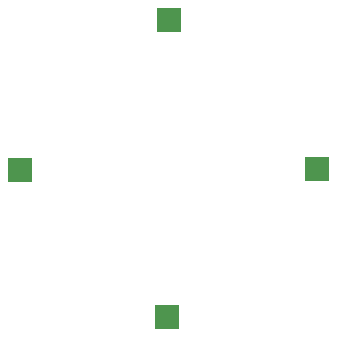
<source format=gbr>
%TF.GenerationSoftware,KiCad,Pcbnew,(5.99.0-11604-g878538abff)*%
%TF.CreationDate,2021-08-06T13:26:27+02:00*%
%TF.ProjectId,pixel-pump-motor-board,70697865-6c2d-4707-956d-702d6d6f746f,rev?*%
%TF.SameCoordinates,Original*%
%TF.FileFunction,Soldermask,Bot*%
%TF.FilePolarity,Negative*%
%FSLAX46Y46*%
G04 Gerber Fmt 4.6, Leading zero omitted, Abs format (unit mm)*
G04 Created by KiCad (PCBNEW (5.99.0-11604-g878538abff)) date 2021-08-06 13:26:27*
%MOMM*%
%LPD*%
G01*
G04 APERTURE LIST*
%ADD10R,2.000000X2.000000*%
G04 APERTURE END LIST*
D10*
%TO.C,J11*%
X67513200Y-58750200D03*
%TD*%
%TO.C,J5*%
X92710000Y-58699400D03*
%TD*%
%TO.C,J8*%
X80010000Y-71247000D03*
%TD*%
%TO.C,J7*%
X80137000Y-46050200D03*
%TD*%
M02*

</source>
